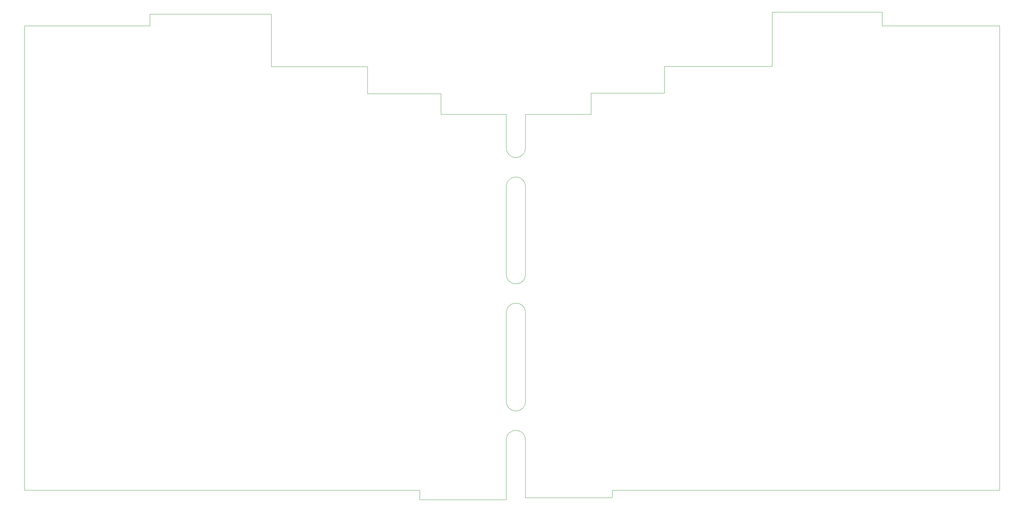
<source format=gbr>
%TF.GenerationSoftware,KiCad,Pcbnew,9.0.5*%
%TF.CreationDate,2025-12-19T18:50:03-08:00*%
%TF.ProjectId,bluekeeb,626c7565-6b65-4656-922e-6b696361645f,rev?*%
%TF.SameCoordinates,Original*%
%TF.FileFunction,Profile,NP*%
%FSLAX46Y46*%
G04 Gerber Fmt 4.6, Leading zero omitted, Abs format (unit mm)*
G04 Created by KiCad (PCBNEW 9.0.5) date 2025-12-19 18:50:03*
%MOMM*%
%LPD*%
G01*
G04 APERTURE LIST*
%TA.AperFunction,Profile*%
%ADD10C,0.050000*%
%TD*%
G04 APERTURE END LIST*
D10*
X90000000Y-15000000D02*
X90007650Y-28627646D01*
X80000000Y-15000000D02*
X90000000Y-15000000D01*
X220000000Y-28500000D02*
X217000000Y-28500000D01*
X220000000Y-14500000D02*
X220000000Y-28500000D01*
X227000000Y-14500000D02*
X220000000Y-14500000D01*
X155995537Y-82500000D02*
X156000000Y-82500000D01*
X151000000Y-59750490D02*
G75*
G02*
X156000000Y-59750000I2500000J490D01*
G01*
X155995537Y-82500000D02*
G75*
G02*
X151004463Y-82500490I-2495537J0D01*
G01*
X151000000Y-59750490D02*
X151004463Y-82500490D01*
X156000000Y-82500000D02*
X156000000Y-59750000D01*
X151003742Y-92363265D02*
G75*
G02*
X156000000Y-92500000I2496258J-136735D01*
G01*
X156000000Y-115500000D02*
G75*
G02*
X151000000Y-115499596I-2500000J0D01*
G01*
X156000000Y-92500000D02*
X156000000Y-115500000D01*
X151000000Y-115499596D02*
X151003742Y-92363265D01*
X156000000Y-49750000D02*
G75*
G02*
X151000001Y-49747815I-2500000J0D01*
G01*
X156000000Y-41000000D02*
X156000000Y-49750000D01*
X151007649Y-41000000D02*
X151000002Y-49747815D01*
X151000000Y-125500000D02*
G75*
G02*
X156000000Y-125500000I2500000J0D01*
G01*
X156000000Y-140500000D02*
X156000000Y-125500000D01*
X151000000Y-141000000D02*
X151000000Y-125500000D01*
X248500000Y-14500000D02*
X248500000Y-18000000D01*
X227000000Y-14500000D02*
X248500000Y-14500000D01*
X58500000Y-15000000D02*
X58500000Y-18000000D01*
X80000000Y-15000000D02*
X58500000Y-15000000D01*
X128500000Y-141000000D02*
X151000000Y-141000000D01*
X128500000Y-138500000D02*
X128500000Y-141000000D01*
X26000000Y-138500000D02*
X128500000Y-138500000D01*
X26000000Y-18000000D02*
X26000000Y-138500000D01*
X29500000Y-18000000D02*
X26000000Y-18000000D01*
X58500000Y-18000000D02*
X29500000Y-18000000D01*
X151007649Y-41000000D02*
X148992350Y-41000000D01*
X178500000Y-138500000D02*
X178500000Y-140500000D01*
X279000000Y-138500000D02*
X178500000Y-138500000D01*
X279000000Y-136000000D02*
X279000000Y-138500000D01*
X156000000Y-140500000D02*
X178500000Y-140500000D01*
X251500000Y-18000000D02*
X248500000Y-18000000D01*
X134007650Y-41000000D02*
X134007650Y-40127646D01*
X115007650Y-35627646D02*
X134007650Y-35627646D01*
X115007650Y-28627646D02*
X115007650Y-35627646D01*
X148992350Y-41000000D02*
X134007650Y-41000000D01*
X90007650Y-28627646D02*
X115007650Y-28627646D01*
X279000000Y-18000000D02*
X251500000Y-18000000D01*
X134007650Y-35627646D02*
X134007650Y-40127646D01*
X279000000Y-136000000D02*
X279000000Y-18000000D01*
X156000000Y-41000000D02*
X173000000Y-41000000D01*
X173000000Y-41000000D02*
X173000000Y-35500000D01*
X192000000Y-28500000D02*
X192000000Y-35500000D01*
X192000000Y-35500000D02*
X173000000Y-35500000D01*
X217000000Y-28500000D02*
X192000000Y-28500000D01*
M02*

</source>
